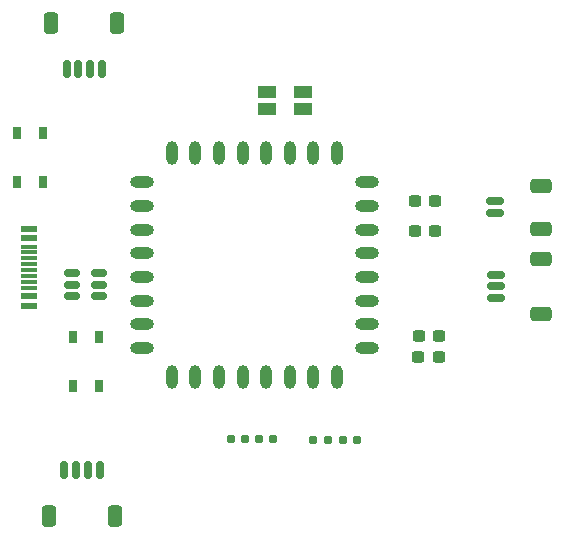
<source format=gbr>
%TF.GenerationSoftware,KiCad,Pcbnew,8.0.3*%
%TF.CreationDate,2024-10-14T16:47:46+01:00*%
%TF.ProjectId,nPM1300 kicad design,6e504d31-3330-4302-906b-696361642064,rev?*%
%TF.SameCoordinates,Original*%
%TF.FileFunction,Paste,Top*%
%TF.FilePolarity,Positive*%
%FSLAX46Y46*%
G04 Gerber Fmt 4.6, Leading zero omitted, Abs format (unit mm)*
G04 Created by KiCad (PCBNEW 8.0.3) date 2024-10-14 16:47:46*
%MOMM*%
%LPD*%
G01*
G04 APERTURE LIST*
G04 Aperture macros list*
%AMRoundRect*
0 Rectangle with rounded corners*
0 $1 Rounding radius*
0 $2 $3 $4 $5 $6 $7 $8 $9 X,Y pos of 4 corners*
0 Add a 4 corners polygon primitive as box body*
4,1,4,$2,$3,$4,$5,$6,$7,$8,$9,$2,$3,0*
0 Add four circle primitives for the rounded corners*
1,1,$1+$1,$2,$3*
1,1,$1+$1,$4,$5*
1,1,$1+$1,$6,$7*
1,1,$1+$1,$8,$9*
0 Add four rect primitives between the rounded corners*
20,1,$1+$1,$2,$3,$4,$5,0*
20,1,$1+$1,$4,$5,$6,$7,0*
20,1,$1+$1,$6,$7,$8,$9,0*
20,1,$1+$1,$8,$9,$2,$3,0*%
G04 Aperture macros list end*
%ADD10RoundRect,0.150000X0.625000X-0.150000X0.625000X0.150000X-0.625000X0.150000X-0.625000X-0.150000X0*%
%ADD11RoundRect,0.250000X0.650000X-0.350000X0.650000X0.350000X-0.650000X0.350000X-0.650000X-0.350000X0*%
%ADD12RoundRect,0.160000X-0.197500X-0.160000X0.197500X-0.160000X0.197500X0.160000X-0.197500X0.160000X0*%
%ADD13RoundRect,0.237500X0.300000X0.237500X-0.300000X0.237500X-0.300000X-0.237500X0.300000X-0.237500X0*%
%ADD14R,0.650000X1.050000*%
%ADD15RoundRect,0.150000X0.150000X0.625000X-0.150000X0.625000X-0.150000X-0.625000X0.150000X-0.625000X0*%
%ADD16RoundRect,0.250000X0.350000X0.650000X-0.350000X0.650000X-0.350000X-0.650000X0.350000X-0.650000X0*%
%ADD17O,2.000000X1.000000*%
%ADD18O,1.000000X2.000000*%
%ADD19R,1.450000X0.600000*%
%ADD20R,1.450000X0.300000*%
%ADD21R,1.500000X1.100000*%
%ADD22RoundRect,0.150000X-0.150000X-0.625000X0.150000X-0.625000X0.150000X0.625000X-0.150000X0.625000X0*%
%ADD23RoundRect,0.250000X-0.350000X-0.650000X0.350000X-0.650000X0.350000X0.650000X-0.350000X0.650000X0*%
%ADD24RoundRect,0.150000X-0.512500X-0.150000X0.512500X-0.150000X0.512500X0.150000X-0.512500X0.150000X0*%
G04 APERTURE END LIST*
D10*
%TO.C,J5*%
X145700000Y-64800000D03*
X145700000Y-63800000D03*
D11*
X149575000Y-66100000D03*
X149575000Y-62500000D03*
%TD*%
D12*
%TO.C,R4*%
X132802500Y-84000000D03*
X133997500Y-84000000D03*
%TD*%
D13*
%TO.C,C1*%
X140925000Y-75200000D03*
X139200000Y-75200000D03*
%TD*%
D14*
%TO.C,SW2*%
X105225000Y-62175000D03*
X105225000Y-58025000D03*
X107375000Y-62175000D03*
X107375000Y-58050000D03*
%TD*%
D13*
%TO.C,C4*%
X140625000Y-63790000D03*
X138900000Y-63790000D03*
%TD*%
D12*
%TO.C,R3*%
X130297500Y-84000000D03*
X131492500Y-84000000D03*
%TD*%
D13*
%TO.C,C3*%
X140625000Y-66300000D03*
X138900000Y-66300000D03*
%TD*%
D15*
%TO.C,J7*%
X112400000Y-52600000D03*
X111400000Y-52600000D03*
X110400000Y-52600000D03*
X109400000Y-52600000D03*
D16*
X113700000Y-48725000D03*
X108100000Y-48725000D03*
%TD*%
D12*
%TO.C,R2*%
X125700000Y-83900000D03*
X126895000Y-83900000D03*
%TD*%
%TO.C,R1*%
X123300000Y-83900000D03*
X124495000Y-83900000D03*
%TD*%
D10*
%TO.C,J4*%
X145725000Y-72000000D03*
X145725000Y-71000000D03*
X145725000Y-70000000D03*
D11*
X149600000Y-73300000D03*
X149600000Y-68700000D03*
%TD*%
D13*
%TO.C,C2*%
X140887500Y-77000000D03*
X139162500Y-77000000D03*
%TD*%
D17*
%TO.C,U2*%
X115800000Y-62200000D03*
X115800000Y-64200000D03*
X115800000Y-66200000D03*
X115800000Y-68200000D03*
X115800000Y-70200000D03*
X115800000Y-72200000D03*
X115800000Y-74200000D03*
X115800000Y-76200000D03*
D18*
X118300000Y-78700000D03*
X120300000Y-78700000D03*
X122300000Y-78700000D03*
X124300000Y-78700000D03*
X126300000Y-78700000D03*
X128300000Y-78700000D03*
X130300000Y-78700000D03*
X132300000Y-78700000D03*
D17*
X134800000Y-76200000D03*
X134800000Y-74200000D03*
X134800000Y-72200000D03*
X134800000Y-70200000D03*
X134800000Y-68200000D03*
X134800000Y-66200000D03*
X134800000Y-64200000D03*
X134800000Y-62200000D03*
D18*
X132300000Y-59700000D03*
X130300000Y-59700000D03*
X128300000Y-59700000D03*
X126300000Y-59700000D03*
X124300000Y-59700000D03*
X122300000Y-59700000D03*
X120300000Y-59700000D03*
X118300000Y-59700000D03*
%TD*%
D19*
%TO.C,J1*%
X106195000Y-66130000D03*
X106195000Y-66930000D03*
D20*
X106195000Y-68130000D03*
X106195000Y-69130000D03*
X106195000Y-69630000D03*
X106195000Y-70630000D03*
D19*
X106195000Y-71830000D03*
X106195000Y-72630000D03*
X106195000Y-72630000D03*
X106195000Y-71830000D03*
D20*
X106195000Y-71130000D03*
X106195000Y-70130000D03*
X106195000Y-68630000D03*
X106195000Y-67630000D03*
D19*
X106195000Y-66930000D03*
X106195000Y-66130000D03*
%TD*%
D14*
%TO.C,SW1*%
X109950000Y-79400000D03*
X109950000Y-75250000D03*
X112100000Y-79400000D03*
X112100000Y-75275000D03*
%TD*%
D21*
%TO.C,D1*%
X126400000Y-54500000D03*
X129400000Y-54500000D03*
X129400000Y-56000000D03*
X126400000Y-56000000D03*
%TD*%
D22*
%TO.C,J6*%
X109200000Y-86525000D03*
X110200000Y-86525000D03*
X111200000Y-86525000D03*
X112200000Y-86525000D03*
D23*
X107900000Y-90400000D03*
X113500000Y-90400000D03*
%TD*%
D24*
%TO.C,U1*%
X109825000Y-69900000D03*
X109825000Y-70850000D03*
X109825000Y-71800000D03*
X112100000Y-71800000D03*
X112100000Y-70850000D03*
X112100000Y-69900000D03*
%TD*%
M02*

</source>
